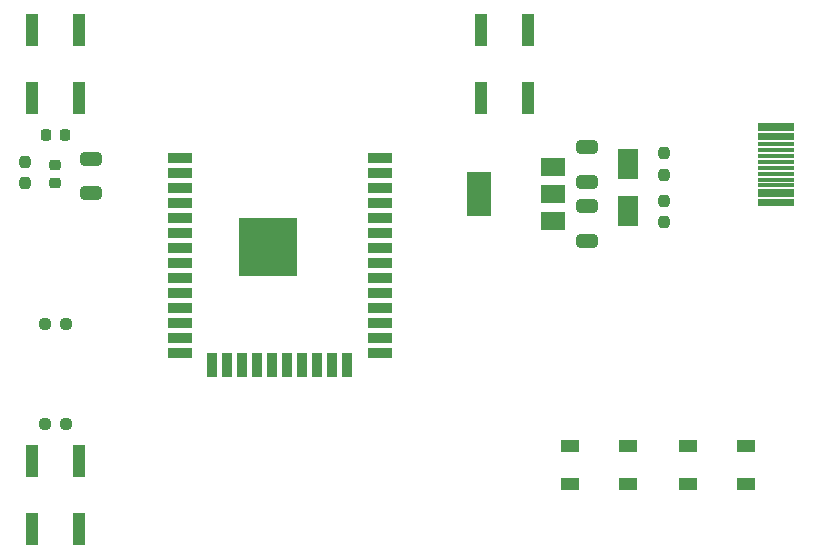
<source format=gtp>
G04 #@! TF.GenerationSoftware,KiCad,Pcbnew,6.0.9-8da3e8f707~117~ubuntu22.04.1*
G04 #@! TF.CreationDate,2022-12-19T09:45:41+00:00*
G04 #@! TF.ProjectId,esp32display,65737033-3264-4697-9370-6c61792e6b69,rev?*
G04 #@! TF.SameCoordinates,Original*
G04 #@! TF.FileFunction,Paste,Top*
G04 #@! TF.FilePolarity,Positive*
%FSLAX46Y46*%
G04 Gerber Fmt 4.6, Leading zero omitted, Abs format (unit mm)*
G04 Created by KiCad (PCBNEW 6.0.9-8da3e8f707~117~ubuntu22.04.1) date 2022-12-19 09:45:41*
%MOMM*%
%LPD*%
G01*
G04 APERTURE LIST*
G04 Aperture macros list*
%AMRoundRect*
0 Rectangle with rounded corners*
0 $1 Rounding radius*
0 $2 $3 $4 $5 $6 $7 $8 $9 X,Y pos of 4 corners*
0 Add a 4 corners polygon primitive as box body*
4,1,4,$2,$3,$4,$5,$6,$7,$8,$9,$2,$3,0*
0 Add four circle primitives for the rounded corners*
1,1,$1+$1,$2,$3*
1,1,$1+$1,$4,$5*
1,1,$1+$1,$6,$7*
1,1,$1+$1,$8,$9*
0 Add four rect primitives between the rounded corners*
20,1,$1+$1,$2,$3,$4,$5,0*
20,1,$1+$1,$4,$5,$6,$7,0*
20,1,$1+$1,$6,$7,$8,$9,0*
20,1,$1+$1,$8,$9,$2,$3,0*%
G04 Aperture macros list end*
%ADD10R,1.000000X2.800000*%
%ADD11RoundRect,0.237500X-0.250000X-0.237500X0.250000X-0.237500X0.250000X0.237500X-0.250000X0.237500X0*%
%ADD12R,3.150000X0.300000*%
%ADD13RoundRect,0.237500X0.237500X-0.250000X0.237500X0.250000X-0.237500X0.250000X-0.237500X-0.250000X0*%
%ADD14RoundRect,0.250000X0.650000X-0.325000X0.650000X0.325000X-0.650000X0.325000X-0.650000X-0.325000X0*%
%ADD15R,2.000000X0.900000*%
%ADD16R,0.900000X2.000000*%
%ADD17R,5.000000X5.000000*%
%ADD18RoundRect,0.225000X-0.225000X-0.250000X0.225000X-0.250000X0.225000X0.250000X-0.225000X0.250000X0*%
%ADD19RoundRect,0.237500X0.250000X0.237500X-0.250000X0.237500X-0.250000X-0.237500X0.250000X-0.237500X0*%
%ADD20R,1.800000X2.500000*%
%ADD21RoundRect,0.250000X-0.650000X0.325000X-0.650000X-0.325000X0.650000X-0.325000X0.650000X0.325000X0*%
%ADD22RoundRect,0.237500X-0.237500X0.250000X-0.237500X-0.250000X0.237500X-0.250000X0.237500X0.250000X0*%
%ADD23R,1.500000X1.000000*%
%ADD24R,2.000000X1.500000*%
%ADD25R,2.000000X3.800000*%
%ADD26RoundRect,0.225000X0.250000X-0.225000X0.250000X0.225000X-0.250000X0.225000X-0.250000X-0.225000X0*%
G04 APERTURE END LIST*
D10*
G04 #@! TO.C,SW3*
X177000000Y-77600000D03*
X177000000Y-83400000D03*
X173000000Y-77600000D03*
X173000000Y-83400000D03*
G04 #@! TD*
D11*
G04 #@! TO.C,R5*
X136087500Y-111000000D03*
X137912500Y-111000000D03*
G04 #@! TD*
D10*
G04 #@! TO.C,SW1*
X135000000Y-119900000D03*
X135000000Y-114100000D03*
X139000000Y-114100000D03*
X139000000Y-119900000D03*
G04 #@! TD*
D12*
G04 #@! TO.C,J3*
X197980000Y-92400000D03*
X197980000Y-91600000D03*
X197980000Y-90300000D03*
X197980000Y-89300000D03*
X197980000Y-88800000D03*
X197980000Y-87800000D03*
X197980000Y-86500000D03*
X197980000Y-85700000D03*
X197980000Y-86000000D03*
X197980000Y-86800000D03*
X197980000Y-87300000D03*
X197980000Y-88300000D03*
X197980000Y-89800000D03*
X197980000Y-90800000D03*
X197980000Y-91300000D03*
X197980000Y-92100000D03*
G04 #@! TD*
D13*
G04 #@! TO.C,R2*
X188500000Y-93912500D03*
X188500000Y-92087500D03*
G04 #@! TD*
D14*
G04 #@! TO.C,C3*
X140000000Y-91475000D03*
X140000000Y-88525000D03*
G04 #@! TD*
D15*
G04 #@! TO.C,U2*
X147500000Y-88495000D03*
X147500000Y-89765000D03*
X147500000Y-91035000D03*
X147500000Y-92305000D03*
X147500000Y-93575000D03*
X147500000Y-94845000D03*
X147500000Y-96115000D03*
X147500000Y-97385000D03*
X147500000Y-98655000D03*
X147500000Y-99925000D03*
X147500000Y-101195000D03*
X147500000Y-102465000D03*
X147500000Y-103735000D03*
X147500000Y-105005000D03*
D16*
X150285000Y-106005000D03*
X151555000Y-106005000D03*
X152825000Y-106005000D03*
X154095000Y-106005000D03*
X155365000Y-106005000D03*
X156635000Y-106005000D03*
X157905000Y-106005000D03*
X159175000Y-106005000D03*
X160445000Y-106005000D03*
X161715000Y-106005000D03*
D15*
X164500000Y-105005000D03*
X164500000Y-103735000D03*
X164500000Y-102465000D03*
X164500000Y-101195000D03*
X164500000Y-99925000D03*
X164500000Y-98655000D03*
X164500000Y-97385000D03*
X164500000Y-96115000D03*
X164500000Y-94845000D03*
X164500000Y-93575000D03*
X164500000Y-92305000D03*
X164500000Y-91035000D03*
X164500000Y-89765000D03*
X164500000Y-88495000D03*
D17*
X155000000Y-95995000D03*
G04 #@! TD*
D18*
G04 #@! TO.C,C5*
X136225000Y-86500000D03*
X137775000Y-86500000D03*
G04 #@! TD*
D19*
G04 #@! TO.C,R3*
X137912500Y-102500000D03*
X136087500Y-102500000D03*
G04 #@! TD*
D20*
G04 #@! TO.C,D1*
X185500000Y-89000000D03*
X185500000Y-93000000D03*
G04 #@! TD*
D21*
G04 #@! TO.C,C1*
X182000000Y-87525000D03*
X182000000Y-90475000D03*
G04 #@! TD*
D22*
G04 #@! TO.C,R6*
X134412000Y-88804500D03*
X134412000Y-90629500D03*
G04 #@! TD*
D23*
G04 #@! TO.C,D2*
X180550000Y-112900000D03*
X180550000Y-116100000D03*
X185450000Y-116100000D03*
X185450000Y-112900000D03*
G04 #@! TD*
G04 #@! TO.C,D3*
X190550000Y-112900000D03*
X190550000Y-116100000D03*
X195450000Y-116100000D03*
X195450000Y-112900000D03*
G04 #@! TD*
D24*
G04 #@! TO.C,U1*
X179150000Y-93800000D03*
X179150000Y-91500000D03*
D25*
X172850000Y-91500000D03*
D24*
X179150000Y-89200000D03*
G04 #@! TD*
D22*
G04 #@! TO.C,R1*
X188500000Y-88087500D03*
X188500000Y-89912500D03*
G04 #@! TD*
D10*
G04 #@! TO.C,SW2*
X139000000Y-77600000D03*
X139000000Y-83400000D03*
X135000000Y-83400000D03*
X135000000Y-77600000D03*
G04 #@! TD*
D26*
G04 #@! TO.C,C4*
X136952000Y-90583000D03*
X136952000Y-89033000D03*
G04 #@! TD*
D14*
G04 #@! TO.C,C2*
X182000000Y-95475000D03*
X182000000Y-92525000D03*
G04 #@! TD*
M02*

</source>
